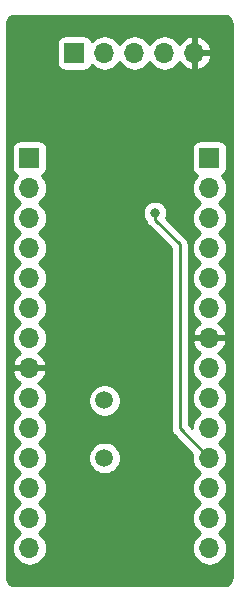
<source format=gbr>
G04 #@! TF.GenerationSoftware,KiCad,Pcbnew,(5.1.0)-1*
G04 #@! TF.CreationDate,2019-09-25T15:25:55+02:00*
G04 #@! TF.ProjectId,atmega328P-flasher,61746d65-6761-4333-9238-502d666c6173,rev?*
G04 #@! TF.SameCoordinates,Original*
G04 #@! TF.FileFunction,Copper,L2,Bot*
G04 #@! TF.FilePolarity,Positive*
%FSLAX46Y46*%
G04 Gerber Fmt 4.6, Leading zero omitted, Abs format (unit mm)*
G04 Created by KiCad (PCBNEW (5.1.0)-1) date 2019-09-25 15:25:55*
%MOMM*%
%LPD*%
G04 APERTURE LIST*
%ADD10O,1.700000X1.700000*%
%ADD11R,1.700000X1.700000*%
%ADD12C,1.500000*%
%ADD13C,0.800000*%
%ADD14C,0.250000*%
%ADD15C,0.254000*%
G04 APERTURE END LIST*
D10*
X116840000Y-111760000D03*
X116840000Y-109220000D03*
X116840000Y-106680000D03*
X116840000Y-104140000D03*
X116840000Y-101600000D03*
X116840000Y-99060000D03*
X116840000Y-96520000D03*
X116840000Y-93980000D03*
X116840000Y-91440000D03*
X116840000Y-88900000D03*
X116840000Y-86360000D03*
X116840000Y-83820000D03*
X116840000Y-81280000D03*
D11*
X116840000Y-78740000D03*
D10*
X130810000Y-69850000D03*
X128270000Y-69850000D03*
X125730000Y-69850000D03*
X123190000Y-69850000D03*
D11*
X120650000Y-69850000D03*
D12*
X123190000Y-99260000D03*
X123190000Y-104140000D03*
D10*
X132080000Y-111760000D03*
X132080000Y-109220000D03*
X132080000Y-106680000D03*
X132080000Y-104140000D03*
X132080000Y-101600000D03*
X132080000Y-99060000D03*
X132080000Y-96520000D03*
X132080000Y-93980000D03*
X132080000Y-91440000D03*
X132080000Y-88900000D03*
X132080000Y-86360000D03*
X132080000Y-83820000D03*
X132080000Y-81280000D03*
D11*
X132080000Y-78740000D03*
D13*
X126314200Y-78206600D03*
X127457200Y-83388200D03*
D14*
X127457200Y-83953885D02*
X129552700Y-86049385D01*
X127457200Y-83388200D02*
X127457200Y-83953885D01*
X129552700Y-101612700D02*
X132080000Y-104140000D01*
X129552700Y-86049385D02*
X129552700Y-101612700D01*
D15*
G36*
X133467869Y-66714722D02*
G01*
X133581246Y-66748953D01*
X133685819Y-66804555D01*
X133777596Y-66879407D01*
X133853091Y-66970664D01*
X133909419Y-67074844D01*
X133944440Y-67187976D01*
X133960000Y-67336022D01*
X133960001Y-114267711D01*
X133945278Y-114417869D01*
X133911047Y-114531246D01*
X133855446Y-114635817D01*
X133780594Y-114727595D01*
X133689335Y-114803091D01*
X133585160Y-114859419D01*
X133472024Y-114894440D01*
X133323979Y-114910000D01*
X115602279Y-114910000D01*
X115452131Y-114895278D01*
X115338754Y-114861047D01*
X115234183Y-114805446D01*
X115142405Y-114730594D01*
X115066909Y-114639335D01*
X115010581Y-114535160D01*
X114975560Y-114422024D01*
X114960000Y-114273979D01*
X114960000Y-99060000D01*
X115347815Y-99060000D01*
X115376487Y-99351111D01*
X115461401Y-99631034D01*
X115599294Y-99889014D01*
X115784866Y-100115134D01*
X116010986Y-100300706D01*
X116065791Y-100330000D01*
X116010986Y-100359294D01*
X115784866Y-100544866D01*
X115599294Y-100770986D01*
X115461401Y-101028966D01*
X115376487Y-101308889D01*
X115347815Y-101600000D01*
X115376487Y-101891111D01*
X115461401Y-102171034D01*
X115599294Y-102429014D01*
X115784866Y-102655134D01*
X116010986Y-102840706D01*
X116065791Y-102870000D01*
X116010986Y-102899294D01*
X115784866Y-103084866D01*
X115599294Y-103310986D01*
X115461401Y-103568966D01*
X115376487Y-103848889D01*
X115347815Y-104140000D01*
X115376487Y-104431111D01*
X115461401Y-104711034D01*
X115599294Y-104969014D01*
X115784866Y-105195134D01*
X116010986Y-105380706D01*
X116065791Y-105410000D01*
X116010986Y-105439294D01*
X115784866Y-105624866D01*
X115599294Y-105850986D01*
X115461401Y-106108966D01*
X115376487Y-106388889D01*
X115347815Y-106680000D01*
X115376487Y-106971111D01*
X115461401Y-107251034D01*
X115599294Y-107509014D01*
X115784866Y-107735134D01*
X116010986Y-107920706D01*
X116065791Y-107950000D01*
X116010986Y-107979294D01*
X115784866Y-108164866D01*
X115599294Y-108390986D01*
X115461401Y-108648966D01*
X115376487Y-108928889D01*
X115347815Y-109220000D01*
X115376487Y-109511111D01*
X115461401Y-109791034D01*
X115599294Y-110049014D01*
X115784866Y-110275134D01*
X116010986Y-110460706D01*
X116065791Y-110490000D01*
X116010986Y-110519294D01*
X115784866Y-110704866D01*
X115599294Y-110930986D01*
X115461401Y-111188966D01*
X115376487Y-111468889D01*
X115347815Y-111760000D01*
X115376487Y-112051111D01*
X115461401Y-112331034D01*
X115599294Y-112589014D01*
X115784866Y-112815134D01*
X116010986Y-113000706D01*
X116268966Y-113138599D01*
X116548889Y-113223513D01*
X116767050Y-113245000D01*
X116912950Y-113245000D01*
X117131111Y-113223513D01*
X117411034Y-113138599D01*
X117669014Y-113000706D01*
X117895134Y-112815134D01*
X118080706Y-112589014D01*
X118218599Y-112331034D01*
X118303513Y-112051111D01*
X118332185Y-111760000D01*
X118303513Y-111468889D01*
X118218599Y-111188966D01*
X118080706Y-110930986D01*
X117895134Y-110704866D01*
X117669014Y-110519294D01*
X117614209Y-110490000D01*
X117669014Y-110460706D01*
X117895134Y-110275134D01*
X118080706Y-110049014D01*
X118218599Y-109791034D01*
X118303513Y-109511111D01*
X118332185Y-109220000D01*
X118303513Y-108928889D01*
X118218599Y-108648966D01*
X118080706Y-108390986D01*
X117895134Y-108164866D01*
X117669014Y-107979294D01*
X117614209Y-107950000D01*
X117669014Y-107920706D01*
X117895134Y-107735134D01*
X118080706Y-107509014D01*
X118218599Y-107251034D01*
X118303513Y-106971111D01*
X118332185Y-106680000D01*
X118303513Y-106388889D01*
X118218599Y-106108966D01*
X118080706Y-105850986D01*
X117895134Y-105624866D01*
X117669014Y-105439294D01*
X117614209Y-105410000D01*
X117669014Y-105380706D01*
X117895134Y-105195134D01*
X118080706Y-104969014D01*
X118218599Y-104711034D01*
X118303513Y-104431111D01*
X118332185Y-104140000D01*
X118318750Y-104003589D01*
X121805000Y-104003589D01*
X121805000Y-104276411D01*
X121858225Y-104543989D01*
X121962629Y-104796043D01*
X122114201Y-105022886D01*
X122307114Y-105215799D01*
X122533957Y-105367371D01*
X122786011Y-105471775D01*
X123053589Y-105525000D01*
X123326411Y-105525000D01*
X123593989Y-105471775D01*
X123846043Y-105367371D01*
X124072886Y-105215799D01*
X124265799Y-105022886D01*
X124417371Y-104796043D01*
X124521775Y-104543989D01*
X124575000Y-104276411D01*
X124575000Y-104003589D01*
X124521775Y-103736011D01*
X124417371Y-103483957D01*
X124265799Y-103257114D01*
X124072886Y-103064201D01*
X123846043Y-102912629D01*
X123593989Y-102808225D01*
X123326411Y-102755000D01*
X123053589Y-102755000D01*
X122786011Y-102808225D01*
X122533957Y-102912629D01*
X122307114Y-103064201D01*
X122114201Y-103257114D01*
X121962629Y-103483957D01*
X121858225Y-103736011D01*
X121805000Y-104003589D01*
X118318750Y-104003589D01*
X118303513Y-103848889D01*
X118218599Y-103568966D01*
X118080706Y-103310986D01*
X117895134Y-103084866D01*
X117669014Y-102899294D01*
X117614209Y-102870000D01*
X117669014Y-102840706D01*
X117895134Y-102655134D01*
X118080706Y-102429014D01*
X118218599Y-102171034D01*
X118303513Y-101891111D01*
X118332185Y-101600000D01*
X118303513Y-101308889D01*
X118218599Y-101028966D01*
X118080706Y-100770986D01*
X117895134Y-100544866D01*
X117669014Y-100359294D01*
X117614209Y-100330000D01*
X117669014Y-100300706D01*
X117895134Y-100115134D01*
X118080706Y-99889014D01*
X118218599Y-99631034D01*
X118303513Y-99351111D01*
X118325922Y-99123589D01*
X121805000Y-99123589D01*
X121805000Y-99396411D01*
X121858225Y-99663989D01*
X121962629Y-99916043D01*
X122114201Y-100142886D01*
X122307114Y-100335799D01*
X122533957Y-100487371D01*
X122786011Y-100591775D01*
X123053589Y-100645000D01*
X123326411Y-100645000D01*
X123593989Y-100591775D01*
X123846043Y-100487371D01*
X124072886Y-100335799D01*
X124265799Y-100142886D01*
X124417371Y-99916043D01*
X124521775Y-99663989D01*
X124575000Y-99396411D01*
X124575000Y-99123589D01*
X124521775Y-98856011D01*
X124417371Y-98603957D01*
X124265799Y-98377114D01*
X124072886Y-98184201D01*
X123846043Y-98032629D01*
X123593989Y-97928225D01*
X123326411Y-97875000D01*
X123053589Y-97875000D01*
X122786011Y-97928225D01*
X122533957Y-98032629D01*
X122307114Y-98184201D01*
X122114201Y-98377114D01*
X121962629Y-98603957D01*
X121858225Y-98856011D01*
X121805000Y-99123589D01*
X118325922Y-99123589D01*
X118332185Y-99060000D01*
X118303513Y-98768889D01*
X118218599Y-98488966D01*
X118080706Y-98230986D01*
X117895134Y-98004866D01*
X117669014Y-97819294D01*
X117604477Y-97784799D01*
X117721355Y-97715178D01*
X117937588Y-97520269D01*
X118111641Y-97286920D01*
X118236825Y-97024099D01*
X118281476Y-96876890D01*
X118160155Y-96647000D01*
X116967000Y-96647000D01*
X116967000Y-96667000D01*
X116713000Y-96667000D01*
X116713000Y-96647000D01*
X115519845Y-96647000D01*
X115398524Y-96876890D01*
X115443175Y-97024099D01*
X115568359Y-97286920D01*
X115742412Y-97520269D01*
X115958645Y-97715178D01*
X116075523Y-97784799D01*
X116010986Y-97819294D01*
X115784866Y-98004866D01*
X115599294Y-98230986D01*
X115461401Y-98488966D01*
X115376487Y-98768889D01*
X115347815Y-99060000D01*
X114960000Y-99060000D01*
X114960000Y-81280000D01*
X115347815Y-81280000D01*
X115376487Y-81571111D01*
X115461401Y-81851034D01*
X115599294Y-82109014D01*
X115784866Y-82335134D01*
X116010986Y-82520706D01*
X116065791Y-82550000D01*
X116010986Y-82579294D01*
X115784866Y-82764866D01*
X115599294Y-82990986D01*
X115461401Y-83248966D01*
X115376487Y-83528889D01*
X115347815Y-83820000D01*
X115376487Y-84111111D01*
X115461401Y-84391034D01*
X115599294Y-84649014D01*
X115784866Y-84875134D01*
X116010986Y-85060706D01*
X116065791Y-85090000D01*
X116010986Y-85119294D01*
X115784866Y-85304866D01*
X115599294Y-85530986D01*
X115461401Y-85788966D01*
X115376487Y-86068889D01*
X115347815Y-86360000D01*
X115376487Y-86651111D01*
X115461401Y-86931034D01*
X115599294Y-87189014D01*
X115784866Y-87415134D01*
X116010986Y-87600706D01*
X116065791Y-87630000D01*
X116010986Y-87659294D01*
X115784866Y-87844866D01*
X115599294Y-88070986D01*
X115461401Y-88328966D01*
X115376487Y-88608889D01*
X115347815Y-88900000D01*
X115376487Y-89191111D01*
X115461401Y-89471034D01*
X115599294Y-89729014D01*
X115784866Y-89955134D01*
X116010986Y-90140706D01*
X116065791Y-90170000D01*
X116010986Y-90199294D01*
X115784866Y-90384866D01*
X115599294Y-90610986D01*
X115461401Y-90868966D01*
X115376487Y-91148889D01*
X115347815Y-91440000D01*
X115376487Y-91731111D01*
X115461401Y-92011034D01*
X115599294Y-92269014D01*
X115784866Y-92495134D01*
X116010986Y-92680706D01*
X116065791Y-92710000D01*
X116010986Y-92739294D01*
X115784866Y-92924866D01*
X115599294Y-93150986D01*
X115461401Y-93408966D01*
X115376487Y-93688889D01*
X115347815Y-93980000D01*
X115376487Y-94271111D01*
X115461401Y-94551034D01*
X115599294Y-94809014D01*
X115784866Y-95035134D01*
X116010986Y-95220706D01*
X116075523Y-95255201D01*
X115958645Y-95324822D01*
X115742412Y-95519731D01*
X115568359Y-95753080D01*
X115443175Y-96015901D01*
X115398524Y-96163110D01*
X115519845Y-96393000D01*
X116713000Y-96393000D01*
X116713000Y-96373000D01*
X116967000Y-96373000D01*
X116967000Y-96393000D01*
X118160155Y-96393000D01*
X118281476Y-96163110D01*
X118236825Y-96015901D01*
X118111641Y-95753080D01*
X117937588Y-95519731D01*
X117721355Y-95324822D01*
X117604477Y-95255201D01*
X117669014Y-95220706D01*
X117895134Y-95035134D01*
X118080706Y-94809014D01*
X118218599Y-94551034D01*
X118303513Y-94271111D01*
X118332185Y-93980000D01*
X118303513Y-93688889D01*
X118218599Y-93408966D01*
X118080706Y-93150986D01*
X117895134Y-92924866D01*
X117669014Y-92739294D01*
X117614209Y-92710000D01*
X117669014Y-92680706D01*
X117895134Y-92495134D01*
X118080706Y-92269014D01*
X118218599Y-92011034D01*
X118303513Y-91731111D01*
X118332185Y-91440000D01*
X118303513Y-91148889D01*
X118218599Y-90868966D01*
X118080706Y-90610986D01*
X117895134Y-90384866D01*
X117669014Y-90199294D01*
X117614209Y-90170000D01*
X117669014Y-90140706D01*
X117895134Y-89955134D01*
X118080706Y-89729014D01*
X118218599Y-89471034D01*
X118303513Y-89191111D01*
X118332185Y-88900000D01*
X118303513Y-88608889D01*
X118218599Y-88328966D01*
X118080706Y-88070986D01*
X117895134Y-87844866D01*
X117669014Y-87659294D01*
X117614209Y-87630000D01*
X117669014Y-87600706D01*
X117895134Y-87415134D01*
X118080706Y-87189014D01*
X118218599Y-86931034D01*
X118303513Y-86651111D01*
X118332185Y-86360000D01*
X118303513Y-86068889D01*
X118218599Y-85788966D01*
X118080706Y-85530986D01*
X117895134Y-85304866D01*
X117669014Y-85119294D01*
X117614209Y-85090000D01*
X117669014Y-85060706D01*
X117895134Y-84875134D01*
X118080706Y-84649014D01*
X118218599Y-84391034D01*
X118303513Y-84111111D01*
X118332185Y-83820000D01*
X118303513Y-83528889D01*
X118229913Y-83286261D01*
X126422200Y-83286261D01*
X126422200Y-83490139D01*
X126461974Y-83690098D01*
X126539995Y-83878456D01*
X126653263Y-84047974D01*
X126708213Y-84102924D01*
X126751654Y-84246132D01*
X126776237Y-84292121D01*
X126822226Y-84378161D01*
X126893401Y-84464887D01*
X126917200Y-84493886D01*
X126946198Y-84517684D01*
X128792700Y-86364187D01*
X128792701Y-101575367D01*
X128789024Y-101612700D01*
X128803698Y-101761685D01*
X128847154Y-101904946D01*
X128917726Y-102036976D01*
X128988901Y-102123702D01*
X129012700Y-102152701D01*
X129041698Y-102176499D01*
X130639203Y-103774005D01*
X130616487Y-103848889D01*
X130587815Y-104140000D01*
X130616487Y-104431111D01*
X130701401Y-104711034D01*
X130839294Y-104969014D01*
X131024866Y-105195134D01*
X131250986Y-105380706D01*
X131305791Y-105410000D01*
X131250986Y-105439294D01*
X131024866Y-105624866D01*
X130839294Y-105850986D01*
X130701401Y-106108966D01*
X130616487Y-106388889D01*
X130587815Y-106680000D01*
X130616487Y-106971111D01*
X130701401Y-107251034D01*
X130839294Y-107509014D01*
X131024866Y-107735134D01*
X131250986Y-107920706D01*
X131305791Y-107950000D01*
X131250986Y-107979294D01*
X131024866Y-108164866D01*
X130839294Y-108390986D01*
X130701401Y-108648966D01*
X130616487Y-108928889D01*
X130587815Y-109220000D01*
X130616487Y-109511111D01*
X130701401Y-109791034D01*
X130839294Y-110049014D01*
X131024866Y-110275134D01*
X131250986Y-110460706D01*
X131305791Y-110490000D01*
X131250986Y-110519294D01*
X131024866Y-110704866D01*
X130839294Y-110930986D01*
X130701401Y-111188966D01*
X130616487Y-111468889D01*
X130587815Y-111760000D01*
X130616487Y-112051111D01*
X130701401Y-112331034D01*
X130839294Y-112589014D01*
X131024866Y-112815134D01*
X131250986Y-113000706D01*
X131508966Y-113138599D01*
X131788889Y-113223513D01*
X132007050Y-113245000D01*
X132152950Y-113245000D01*
X132371111Y-113223513D01*
X132651034Y-113138599D01*
X132909014Y-113000706D01*
X133135134Y-112815134D01*
X133320706Y-112589014D01*
X133458599Y-112331034D01*
X133543513Y-112051111D01*
X133572185Y-111760000D01*
X133543513Y-111468889D01*
X133458599Y-111188966D01*
X133320706Y-110930986D01*
X133135134Y-110704866D01*
X132909014Y-110519294D01*
X132854209Y-110490000D01*
X132909014Y-110460706D01*
X133135134Y-110275134D01*
X133320706Y-110049014D01*
X133458599Y-109791034D01*
X133543513Y-109511111D01*
X133572185Y-109220000D01*
X133543513Y-108928889D01*
X133458599Y-108648966D01*
X133320706Y-108390986D01*
X133135134Y-108164866D01*
X132909014Y-107979294D01*
X132854209Y-107950000D01*
X132909014Y-107920706D01*
X133135134Y-107735134D01*
X133320706Y-107509014D01*
X133458599Y-107251034D01*
X133543513Y-106971111D01*
X133572185Y-106680000D01*
X133543513Y-106388889D01*
X133458599Y-106108966D01*
X133320706Y-105850986D01*
X133135134Y-105624866D01*
X132909014Y-105439294D01*
X132854209Y-105410000D01*
X132909014Y-105380706D01*
X133135134Y-105195134D01*
X133320706Y-104969014D01*
X133458599Y-104711034D01*
X133543513Y-104431111D01*
X133572185Y-104140000D01*
X133543513Y-103848889D01*
X133458599Y-103568966D01*
X133320706Y-103310986D01*
X133135134Y-103084866D01*
X132909014Y-102899294D01*
X132854209Y-102870000D01*
X132909014Y-102840706D01*
X133135134Y-102655134D01*
X133320706Y-102429014D01*
X133458599Y-102171034D01*
X133543513Y-101891111D01*
X133572185Y-101600000D01*
X133543513Y-101308889D01*
X133458599Y-101028966D01*
X133320706Y-100770986D01*
X133135134Y-100544866D01*
X132909014Y-100359294D01*
X132854209Y-100330000D01*
X132909014Y-100300706D01*
X133135134Y-100115134D01*
X133320706Y-99889014D01*
X133458599Y-99631034D01*
X133543513Y-99351111D01*
X133572185Y-99060000D01*
X133543513Y-98768889D01*
X133458599Y-98488966D01*
X133320706Y-98230986D01*
X133135134Y-98004866D01*
X132909014Y-97819294D01*
X132854209Y-97790000D01*
X132909014Y-97760706D01*
X133135134Y-97575134D01*
X133320706Y-97349014D01*
X133458599Y-97091034D01*
X133543513Y-96811111D01*
X133572185Y-96520000D01*
X133543513Y-96228889D01*
X133458599Y-95948966D01*
X133320706Y-95690986D01*
X133135134Y-95464866D01*
X132909014Y-95279294D01*
X132844477Y-95244799D01*
X132961355Y-95175178D01*
X133177588Y-94980269D01*
X133351641Y-94746920D01*
X133476825Y-94484099D01*
X133521476Y-94336890D01*
X133400155Y-94107000D01*
X132207000Y-94107000D01*
X132207000Y-94127000D01*
X131953000Y-94127000D01*
X131953000Y-94107000D01*
X130759845Y-94107000D01*
X130638524Y-94336890D01*
X130683175Y-94484099D01*
X130808359Y-94746920D01*
X130982412Y-94980269D01*
X131198645Y-95175178D01*
X131315523Y-95244799D01*
X131250986Y-95279294D01*
X131024866Y-95464866D01*
X130839294Y-95690986D01*
X130701401Y-95948966D01*
X130616487Y-96228889D01*
X130587815Y-96520000D01*
X130616487Y-96811111D01*
X130701401Y-97091034D01*
X130839294Y-97349014D01*
X131024866Y-97575134D01*
X131250986Y-97760706D01*
X131305791Y-97790000D01*
X131250986Y-97819294D01*
X131024866Y-98004866D01*
X130839294Y-98230986D01*
X130701401Y-98488966D01*
X130616487Y-98768889D01*
X130587815Y-99060000D01*
X130616487Y-99351111D01*
X130701401Y-99631034D01*
X130839294Y-99889014D01*
X131024866Y-100115134D01*
X131250986Y-100300706D01*
X131305791Y-100330000D01*
X131250986Y-100359294D01*
X131024866Y-100544866D01*
X130839294Y-100770986D01*
X130701401Y-101028966D01*
X130616487Y-101308889D01*
X130590235Y-101575433D01*
X130312700Y-101297899D01*
X130312700Y-86086718D01*
X130316377Y-86049385D01*
X130301703Y-85900399D01*
X130258246Y-85757138D01*
X130187674Y-85625109D01*
X130116499Y-85538382D01*
X130092701Y-85509384D01*
X130063704Y-85485587D01*
X128398471Y-83820355D01*
X128452426Y-83690098D01*
X128492200Y-83490139D01*
X128492200Y-83286261D01*
X128452426Y-83086302D01*
X128374405Y-82897944D01*
X128261137Y-82728426D01*
X128116974Y-82584263D01*
X127947456Y-82470995D01*
X127759098Y-82392974D01*
X127559139Y-82353200D01*
X127355261Y-82353200D01*
X127155302Y-82392974D01*
X126966944Y-82470995D01*
X126797426Y-82584263D01*
X126653263Y-82728426D01*
X126539995Y-82897944D01*
X126461974Y-83086302D01*
X126422200Y-83286261D01*
X118229913Y-83286261D01*
X118218599Y-83248966D01*
X118080706Y-82990986D01*
X117895134Y-82764866D01*
X117669014Y-82579294D01*
X117614209Y-82550000D01*
X117669014Y-82520706D01*
X117895134Y-82335134D01*
X118080706Y-82109014D01*
X118218599Y-81851034D01*
X118303513Y-81571111D01*
X118332185Y-81280000D01*
X130587815Y-81280000D01*
X130616487Y-81571111D01*
X130701401Y-81851034D01*
X130839294Y-82109014D01*
X131024866Y-82335134D01*
X131250986Y-82520706D01*
X131305791Y-82550000D01*
X131250986Y-82579294D01*
X131024866Y-82764866D01*
X130839294Y-82990986D01*
X130701401Y-83248966D01*
X130616487Y-83528889D01*
X130587815Y-83820000D01*
X130616487Y-84111111D01*
X130701401Y-84391034D01*
X130839294Y-84649014D01*
X131024866Y-84875134D01*
X131250986Y-85060706D01*
X131305791Y-85090000D01*
X131250986Y-85119294D01*
X131024866Y-85304866D01*
X130839294Y-85530986D01*
X130701401Y-85788966D01*
X130616487Y-86068889D01*
X130587815Y-86360000D01*
X130616487Y-86651111D01*
X130701401Y-86931034D01*
X130839294Y-87189014D01*
X131024866Y-87415134D01*
X131250986Y-87600706D01*
X131305791Y-87630000D01*
X131250986Y-87659294D01*
X131024866Y-87844866D01*
X130839294Y-88070986D01*
X130701401Y-88328966D01*
X130616487Y-88608889D01*
X130587815Y-88900000D01*
X130616487Y-89191111D01*
X130701401Y-89471034D01*
X130839294Y-89729014D01*
X131024866Y-89955134D01*
X131250986Y-90140706D01*
X131305791Y-90170000D01*
X131250986Y-90199294D01*
X131024866Y-90384866D01*
X130839294Y-90610986D01*
X130701401Y-90868966D01*
X130616487Y-91148889D01*
X130587815Y-91440000D01*
X130616487Y-91731111D01*
X130701401Y-92011034D01*
X130839294Y-92269014D01*
X131024866Y-92495134D01*
X131250986Y-92680706D01*
X131315523Y-92715201D01*
X131198645Y-92784822D01*
X130982412Y-92979731D01*
X130808359Y-93213080D01*
X130683175Y-93475901D01*
X130638524Y-93623110D01*
X130759845Y-93853000D01*
X131953000Y-93853000D01*
X131953000Y-93833000D01*
X132207000Y-93833000D01*
X132207000Y-93853000D01*
X133400155Y-93853000D01*
X133521476Y-93623110D01*
X133476825Y-93475901D01*
X133351641Y-93213080D01*
X133177588Y-92979731D01*
X132961355Y-92784822D01*
X132844477Y-92715201D01*
X132909014Y-92680706D01*
X133135134Y-92495134D01*
X133320706Y-92269014D01*
X133458599Y-92011034D01*
X133543513Y-91731111D01*
X133572185Y-91440000D01*
X133543513Y-91148889D01*
X133458599Y-90868966D01*
X133320706Y-90610986D01*
X133135134Y-90384866D01*
X132909014Y-90199294D01*
X132854209Y-90170000D01*
X132909014Y-90140706D01*
X133135134Y-89955134D01*
X133320706Y-89729014D01*
X133458599Y-89471034D01*
X133543513Y-89191111D01*
X133572185Y-88900000D01*
X133543513Y-88608889D01*
X133458599Y-88328966D01*
X133320706Y-88070986D01*
X133135134Y-87844866D01*
X132909014Y-87659294D01*
X132854209Y-87630000D01*
X132909014Y-87600706D01*
X133135134Y-87415134D01*
X133320706Y-87189014D01*
X133458599Y-86931034D01*
X133543513Y-86651111D01*
X133572185Y-86360000D01*
X133543513Y-86068889D01*
X133458599Y-85788966D01*
X133320706Y-85530986D01*
X133135134Y-85304866D01*
X132909014Y-85119294D01*
X132854209Y-85090000D01*
X132909014Y-85060706D01*
X133135134Y-84875134D01*
X133320706Y-84649014D01*
X133458599Y-84391034D01*
X133543513Y-84111111D01*
X133572185Y-83820000D01*
X133543513Y-83528889D01*
X133458599Y-83248966D01*
X133320706Y-82990986D01*
X133135134Y-82764866D01*
X132909014Y-82579294D01*
X132854209Y-82550000D01*
X132909014Y-82520706D01*
X133135134Y-82335134D01*
X133320706Y-82109014D01*
X133458599Y-81851034D01*
X133543513Y-81571111D01*
X133572185Y-81280000D01*
X133543513Y-80988889D01*
X133458599Y-80708966D01*
X133320706Y-80450986D01*
X133135134Y-80224866D01*
X133105313Y-80200393D01*
X133174180Y-80179502D01*
X133284494Y-80120537D01*
X133381185Y-80041185D01*
X133460537Y-79944494D01*
X133519502Y-79834180D01*
X133555812Y-79714482D01*
X133568072Y-79590000D01*
X133568072Y-77890000D01*
X133555812Y-77765518D01*
X133519502Y-77645820D01*
X133460537Y-77535506D01*
X133381185Y-77438815D01*
X133284494Y-77359463D01*
X133174180Y-77300498D01*
X133054482Y-77264188D01*
X132930000Y-77251928D01*
X131230000Y-77251928D01*
X131105518Y-77264188D01*
X130985820Y-77300498D01*
X130875506Y-77359463D01*
X130778815Y-77438815D01*
X130699463Y-77535506D01*
X130640498Y-77645820D01*
X130604188Y-77765518D01*
X130591928Y-77890000D01*
X130591928Y-79590000D01*
X130604188Y-79714482D01*
X130640498Y-79834180D01*
X130699463Y-79944494D01*
X130778815Y-80041185D01*
X130875506Y-80120537D01*
X130985820Y-80179502D01*
X131054687Y-80200393D01*
X131024866Y-80224866D01*
X130839294Y-80450986D01*
X130701401Y-80708966D01*
X130616487Y-80988889D01*
X130587815Y-81280000D01*
X118332185Y-81280000D01*
X118303513Y-80988889D01*
X118218599Y-80708966D01*
X118080706Y-80450986D01*
X117895134Y-80224866D01*
X117865313Y-80200393D01*
X117934180Y-80179502D01*
X118044494Y-80120537D01*
X118141185Y-80041185D01*
X118220537Y-79944494D01*
X118279502Y-79834180D01*
X118315812Y-79714482D01*
X118328072Y-79590000D01*
X118328072Y-77890000D01*
X118315812Y-77765518D01*
X118279502Y-77645820D01*
X118220537Y-77535506D01*
X118141185Y-77438815D01*
X118044494Y-77359463D01*
X117934180Y-77300498D01*
X117814482Y-77264188D01*
X117690000Y-77251928D01*
X115990000Y-77251928D01*
X115865518Y-77264188D01*
X115745820Y-77300498D01*
X115635506Y-77359463D01*
X115538815Y-77438815D01*
X115459463Y-77535506D01*
X115400498Y-77645820D01*
X115364188Y-77765518D01*
X115351928Y-77890000D01*
X115351928Y-79590000D01*
X115364188Y-79714482D01*
X115400498Y-79834180D01*
X115459463Y-79944494D01*
X115538815Y-80041185D01*
X115635506Y-80120537D01*
X115745820Y-80179502D01*
X115814687Y-80200393D01*
X115784866Y-80224866D01*
X115599294Y-80450986D01*
X115461401Y-80708966D01*
X115376487Y-80988889D01*
X115347815Y-81280000D01*
X114960000Y-81280000D01*
X114960000Y-69000000D01*
X119161928Y-69000000D01*
X119161928Y-70700000D01*
X119174188Y-70824482D01*
X119210498Y-70944180D01*
X119269463Y-71054494D01*
X119348815Y-71151185D01*
X119445506Y-71230537D01*
X119555820Y-71289502D01*
X119675518Y-71325812D01*
X119800000Y-71338072D01*
X121500000Y-71338072D01*
X121624482Y-71325812D01*
X121744180Y-71289502D01*
X121854494Y-71230537D01*
X121951185Y-71151185D01*
X122030537Y-71054494D01*
X122089502Y-70944180D01*
X122110393Y-70875313D01*
X122134866Y-70905134D01*
X122360986Y-71090706D01*
X122618966Y-71228599D01*
X122898889Y-71313513D01*
X123117050Y-71335000D01*
X123262950Y-71335000D01*
X123481111Y-71313513D01*
X123761034Y-71228599D01*
X124019014Y-71090706D01*
X124245134Y-70905134D01*
X124430706Y-70679014D01*
X124460000Y-70624209D01*
X124489294Y-70679014D01*
X124674866Y-70905134D01*
X124900986Y-71090706D01*
X125158966Y-71228599D01*
X125438889Y-71313513D01*
X125657050Y-71335000D01*
X125802950Y-71335000D01*
X126021111Y-71313513D01*
X126301034Y-71228599D01*
X126559014Y-71090706D01*
X126785134Y-70905134D01*
X126970706Y-70679014D01*
X127000000Y-70624209D01*
X127029294Y-70679014D01*
X127214866Y-70905134D01*
X127440986Y-71090706D01*
X127698966Y-71228599D01*
X127978889Y-71313513D01*
X128197050Y-71335000D01*
X128342950Y-71335000D01*
X128561111Y-71313513D01*
X128841034Y-71228599D01*
X129099014Y-71090706D01*
X129325134Y-70905134D01*
X129510706Y-70679014D01*
X129545201Y-70614477D01*
X129614822Y-70731355D01*
X129809731Y-70947588D01*
X130043080Y-71121641D01*
X130305901Y-71246825D01*
X130453110Y-71291476D01*
X130683000Y-71170155D01*
X130683000Y-69977000D01*
X130937000Y-69977000D01*
X130937000Y-71170155D01*
X131166890Y-71291476D01*
X131314099Y-71246825D01*
X131576920Y-71121641D01*
X131810269Y-70947588D01*
X132005178Y-70731355D01*
X132154157Y-70481252D01*
X132251481Y-70206891D01*
X132130814Y-69977000D01*
X130937000Y-69977000D01*
X130683000Y-69977000D01*
X130663000Y-69977000D01*
X130663000Y-69723000D01*
X130683000Y-69723000D01*
X130683000Y-68529845D01*
X130937000Y-68529845D01*
X130937000Y-69723000D01*
X132130814Y-69723000D01*
X132251481Y-69493109D01*
X132154157Y-69218748D01*
X132005178Y-68968645D01*
X131810269Y-68752412D01*
X131576920Y-68578359D01*
X131314099Y-68453175D01*
X131166890Y-68408524D01*
X130937000Y-68529845D01*
X130683000Y-68529845D01*
X130453110Y-68408524D01*
X130305901Y-68453175D01*
X130043080Y-68578359D01*
X129809731Y-68752412D01*
X129614822Y-68968645D01*
X129545201Y-69085523D01*
X129510706Y-69020986D01*
X129325134Y-68794866D01*
X129099014Y-68609294D01*
X128841034Y-68471401D01*
X128561111Y-68386487D01*
X128342950Y-68365000D01*
X128197050Y-68365000D01*
X127978889Y-68386487D01*
X127698966Y-68471401D01*
X127440986Y-68609294D01*
X127214866Y-68794866D01*
X127029294Y-69020986D01*
X127000000Y-69075791D01*
X126970706Y-69020986D01*
X126785134Y-68794866D01*
X126559014Y-68609294D01*
X126301034Y-68471401D01*
X126021111Y-68386487D01*
X125802950Y-68365000D01*
X125657050Y-68365000D01*
X125438889Y-68386487D01*
X125158966Y-68471401D01*
X124900986Y-68609294D01*
X124674866Y-68794866D01*
X124489294Y-69020986D01*
X124460000Y-69075791D01*
X124430706Y-69020986D01*
X124245134Y-68794866D01*
X124019014Y-68609294D01*
X123761034Y-68471401D01*
X123481111Y-68386487D01*
X123262950Y-68365000D01*
X123117050Y-68365000D01*
X122898889Y-68386487D01*
X122618966Y-68471401D01*
X122360986Y-68609294D01*
X122134866Y-68794866D01*
X122110393Y-68824687D01*
X122089502Y-68755820D01*
X122030537Y-68645506D01*
X121951185Y-68548815D01*
X121854494Y-68469463D01*
X121744180Y-68410498D01*
X121624482Y-68374188D01*
X121500000Y-68361928D01*
X119800000Y-68361928D01*
X119675518Y-68374188D01*
X119555820Y-68410498D01*
X119445506Y-68469463D01*
X119348815Y-68548815D01*
X119269463Y-68645506D01*
X119210498Y-68755820D01*
X119174188Y-68875518D01*
X119161928Y-69000000D01*
X114960000Y-69000000D01*
X114960000Y-67342279D01*
X114974722Y-67192131D01*
X115008953Y-67078754D01*
X115064555Y-66974181D01*
X115139407Y-66882404D01*
X115230664Y-66806909D01*
X115334844Y-66750581D01*
X115447976Y-66715560D01*
X115596022Y-66700000D01*
X133317721Y-66700000D01*
X133467869Y-66714722D01*
X133467869Y-66714722D01*
G37*
X133467869Y-66714722D02*
X133581246Y-66748953D01*
X133685819Y-66804555D01*
X133777596Y-66879407D01*
X133853091Y-66970664D01*
X133909419Y-67074844D01*
X133944440Y-67187976D01*
X133960000Y-67336022D01*
X133960001Y-114267711D01*
X133945278Y-114417869D01*
X133911047Y-114531246D01*
X133855446Y-114635817D01*
X133780594Y-114727595D01*
X133689335Y-114803091D01*
X133585160Y-114859419D01*
X133472024Y-114894440D01*
X133323979Y-114910000D01*
X115602279Y-114910000D01*
X115452131Y-114895278D01*
X115338754Y-114861047D01*
X115234183Y-114805446D01*
X115142405Y-114730594D01*
X115066909Y-114639335D01*
X115010581Y-114535160D01*
X114975560Y-114422024D01*
X114960000Y-114273979D01*
X114960000Y-99060000D01*
X115347815Y-99060000D01*
X115376487Y-99351111D01*
X115461401Y-99631034D01*
X115599294Y-99889014D01*
X115784866Y-100115134D01*
X116010986Y-100300706D01*
X116065791Y-100330000D01*
X116010986Y-100359294D01*
X115784866Y-100544866D01*
X115599294Y-100770986D01*
X115461401Y-101028966D01*
X115376487Y-101308889D01*
X115347815Y-101600000D01*
X115376487Y-101891111D01*
X115461401Y-102171034D01*
X115599294Y-102429014D01*
X115784866Y-102655134D01*
X116010986Y-102840706D01*
X116065791Y-102870000D01*
X116010986Y-102899294D01*
X115784866Y-103084866D01*
X115599294Y-103310986D01*
X115461401Y-103568966D01*
X115376487Y-103848889D01*
X115347815Y-104140000D01*
X115376487Y-104431111D01*
X115461401Y-104711034D01*
X115599294Y-104969014D01*
X115784866Y-105195134D01*
X116010986Y-105380706D01*
X116065791Y-105410000D01*
X116010986Y-105439294D01*
X115784866Y-105624866D01*
X115599294Y-105850986D01*
X115461401Y-106108966D01*
X115376487Y-106388889D01*
X115347815Y-106680000D01*
X115376487Y-106971111D01*
X115461401Y-107251034D01*
X115599294Y-107509014D01*
X115784866Y-107735134D01*
X116010986Y-107920706D01*
X116065791Y-107950000D01*
X116010986Y-107979294D01*
X115784866Y-108164866D01*
X115599294Y-108390986D01*
X115461401Y-108648966D01*
X115376487Y-108928889D01*
X115347815Y-109220000D01*
X115376487Y-109511111D01*
X115461401Y-109791034D01*
X115599294Y-110049014D01*
X115784866Y-110275134D01*
X116010986Y-110460706D01*
X116065791Y-110490000D01*
X116010986Y-110519294D01*
X115784866Y-110704866D01*
X115599294Y-110930986D01*
X115461401Y-111188966D01*
X115376487Y-111468889D01*
X115347815Y-111760000D01*
X115376487Y-112051111D01*
X115461401Y-112331034D01*
X115599294Y-112589014D01*
X115784866Y-112815134D01*
X116010986Y-113000706D01*
X116268966Y-113138599D01*
X116548889Y-113223513D01*
X116767050Y-113245000D01*
X116912950Y-113245000D01*
X117131111Y-113223513D01*
X117411034Y-113138599D01*
X117669014Y-113000706D01*
X117895134Y-112815134D01*
X118080706Y-112589014D01*
X118218599Y-112331034D01*
X118303513Y-112051111D01*
X118332185Y-111760000D01*
X118303513Y-111468889D01*
X118218599Y-111188966D01*
X118080706Y-110930986D01*
X117895134Y-110704866D01*
X117669014Y-110519294D01*
X117614209Y-110490000D01*
X117669014Y-110460706D01*
X117895134Y-110275134D01*
X118080706Y-110049014D01*
X118218599Y-109791034D01*
X118303513Y-109511111D01*
X118332185Y-109220000D01*
X118303513Y-108928889D01*
X118218599Y-108648966D01*
X118080706Y-108390986D01*
X117895134Y-108164866D01*
X117669014Y-107979294D01*
X117614209Y-107950000D01*
X117669014Y-107920706D01*
X117895134Y-107735134D01*
X118080706Y-107509014D01*
X118218599Y-107251034D01*
X118303513Y-106971111D01*
X118332185Y-106680000D01*
X118303513Y-106388889D01*
X118218599Y-106108966D01*
X118080706Y-105850986D01*
X117895134Y-105624866D01*
X117669014Y-105439294D01*
X117614209Y-105410000D01*
X117669014Y-105380706D01*
X117895134Y-105195134D01*
X118080706Y-104969014D01*
X118218599Y-104711034D01*
X118303513Y-104431111D01*
X118332185Y-104140000D01*
X118318750Y-104003589D01*
X121805000Y-104003589D01*
X121805000Y-104276411D01*
X121858225Y-104543989D01*
X121962629Y-104796043D01*
X122114201Y-105022886D01*
X122307114Y-105215799D01*
X122533957Y-105367371D01*
X122786011Y-105471775D01*
X123053589Y-105525000D01*
X123326411Y-105525000D01*
X123593989Y-105471775D01*
X123846043Y-105367371D01*
X124072886Y-105215799D01*
X124265799Y-105022886D01*
X124417371Y-104796043D01*
X124521775Y-104543989D01*
X124575000Y-104276411D01*
X124575000Y-104003589D01*
X124521775Y-103736011D01*
X124417371Y-103483957D01*
X124265799Y-103257114D01*
X124072886Y-103064201D01*
X123846043Y-102912629D01*
X123593989Y-102808225D01*
X123326411Y-102755000D01*
X123053589Y-102755000D01*
X122786011Y-102808225D01*
X122533957Y-102912629D01*
X122307114Y-103064201D01*
X122114201Y-103257114D01*
X121962629Y-103483957D01*
X121858225Y-103736011D01*
X121805000Y-104003589D01*
X118318750Y-104003589D01*
X118303513Y-103848889D01*
X118218599Y-103568966D01*
X118080706Y-103310986D01*
X117895134Y-103084866D01*
X117669014Y-102899294D01*
X117614209Y-102870000D01*
X117669014Y-102840706D01*
X117895134Y-102655134D01*
X118080706Y-102429014D01*
X118218599Y-102171034D01*
X118303513Y-101891111D01*
X118332185Y-101600000D01*
X118303513Y-101308889D01*
X118218599Y-101028966D01*
X118080706Y-100770986D01*
X117895134Y-100544866D01*
X117669014Y-100359294D01*
X117614209Y-100330000D01*
X117669014Y-100300706D01*
X117895134Y-100115134D01*
X118080706Y-99889014D01*
X118218599Y-99631034D01*
X118303513Y-99351111D01*
X118325922Y-99123589D01*
X121805000Y-99123589D01*
X121805000Y-99396411D01*
X121858225Y-99663989D01*
X121962629Y-99916043D01*
X122114201Y-100142886D01*
X122307114Y-100335799D01*
X122533957Y-100487371D01*
X122786011Y-100591775D01*
X123053589Y-100645000D01*
X123326411Y-100645000D01*
X123593989Y-100591775D01*
X123846043Y-100487371D01*
X124072886Y-100335799D01*
X124265799Y-100142886D01*
X124417371Y-99916043D01*
X124521775Y-99663989D01*
X124575000Y-99396411D01*
X124575000Y-99123589D01*
X124521775Y-98856011D01*
X124417371Y-98603957D01*
X124265799Y-98377114D01*
X124072886Y-98184201D01*
X123846043Y-98032629D01*
X123593989Y-97928225D01*
X123326411Y-97875000D01*
X123053589Y-97875000D01*
X122786011Y-97928225D01*
X122533957Y-98032629D01*
X122307114Y-98184201D01*
X122114201Y-98377114D01*
X121962629Y-98603957D01*
X121858225Y-98856011D01*
X121805000Y-99123589D01*
X118325922Y-99123589D01*
X118332185Y-99060000D01*
X118303513Y-98768889D01*
X118218599Y-98488966D01*
X118080706Y-98230986D01*
X117895134Y-98004866D01*
X117669014Y-97819294D01*
X117604477Y-97784799D01*
X117721355Y-97715178D01*
X117937588Y-97520269D01*
X118111641Y-97286920D01*
X118236825Y-97024099D01*
X118281476Y-96876890D01*
X118160155Y-96647000D01*
X116967000Y-96647000D01*
X116967000Y-96667000D01*
X116713000Y-96667000D01*
X116713000Y-96647000D01*
X115519845Y-96647000D01*
X115398524Y-96876890D01*
X115443175Y-97024099D01*
X115568359Y-97286920D01*
X115742412Y-97520269D01*
X115958645Y-97715178D01*
X116075523Y-97784799D01*
X116010986Y-97819294D01*
X115784866Y-98004866D01*
X115599294Y-98230986D01*
X115461401Y-98488966D01*
X115376487Y-98768889D01*
X115347815Y-99060000D01*
X114960000Y-99060000D01*
X114960000Y-81280000D01*
X115347815Y-81280000D01*
X115376487Y-81571111D01*
X115461401Y-81851034D01*
X115599294Y-82109014D01*
X115784866Y-82335134D01*
X116010986Y-82520706D01*
X116065791Y-82550000D01*
X116010986Y-82579294D01*
X115784866Y-82764866D01*
X115599294Y-82990986D01*
X115461401Y-83248966D01*
X115376487Y-83528889D01*
X115347815Y-83820000D01*
X115376487Y-84111111D01*
X115461401Y-84391034D01*
X115599294Y-84649014D01*
X115784866Y-84875134D01*
X116010986Y-85060706D01*
X116065791Y-85090000D01*
X116010986Y-85119294D01*
X115784866Y-85304866D01*
X115599294Y-85530986D01*
X115461401Y-85788966D01*
X115376487Y-86068889D01*
X115347815Y-86360000D01*
X115376487Y-86651111D01*
X115461401Y-86931034D01*
X115599294Y-87189014D01*
X115784866Y-87415134D01*
X116010986Y-87600706D01*
X116065791Y-87630000D01*
X116010986Y-87659294D01*
X115784866Y-87844866D01*
X115599294Y-88070986D01*
X115461401Y-88328966D01*
X115376487Y-88608889D01*
X115347815Y-88900000D01*
X115376487Y-89191111D01*
X115461401Y-89471034D01*
X115599294Y-89729014D01*
X115784866Y-89955134D01*
X116010986Y-90140706D01*
X116065791Y-90170000D01*
X116010986Y-90199294D01*
X115784866Y-90384866D01*
X115599294Y-90610986D01*
X115461401Y-90868966D01*
X115376487Y-91148889D01*
X115347815Y-91440000D01*
X115376487Y-91731111D01*
X115461401Y-92011034D01*
X115599294Y-92269014D01*
X115784866Y-92495134D01*
X116010986Y-92680706D01*
X116065791Y-92710000D01*
X116010986Y-92739294D01*
X115784866Y-92924866D01*
X115599294Y-93150986D01*
X115461401Y-93408966D01*
X115376487Y-93688889D01*
X115347815Y-93980000D01*
X115376487Y-94271111D01*
X115461401Y-94551034D01*
X115599294Y-94809014D01*
X115784866Y-95035134D01*
X116010986Y-95220706D01*
X116075523Y-95255201D01*
X115958645Y-95324822D01*
X115742412Y-95519731D01*
X115568359Y-95753080D01*
X115443175Y-96015901D01*
X115398524Y-96163110D01*
X115519845Y-96393000D01*
X116713000Y-96393000D01*
X116713000Y-96373000D01*
X116967000Y-96373000D01*
X116967000Y-96393000D01*
X118160155Y-96393000D01*
X118281476Y-96163110D01*
X118236825Y-96015901D01*
X118111641Y-95753080D01*
X117937588Y-95519731D01*
X117721355Y-95324822D01*
X117604477Y-95255201D01*
X117669014Y-95220706D01*
X117895134Y-95035134D01*
X118080706Y-94809014D01*
X118218599Y-94551034D01*
X118303513Y-94271111D01*
X118332185Y-93980000D01*
X118303513Y-93688889D01*
X118218599Y-93408966D01*
X118080706Y-93150986D01*
X117895134Y-92924866D01*
X117669014Y-92739294D01*
X117614209Y-92710000D01*
X117669014Y-92680706D01*
X117895134Y-92495134D01*
X118080706Y-92269014D01*
X118218599Y-92011034D01*
X118303513Y-91731111D01*
X118332185Y-91440000D01*
X118303513Y-91148889D01*
X118218599Y-90868966D01*
X118080706Y-90610986D01*
X117895134Y-90384866D01*
X117669014Y-90199294D01*
X117614209Y-90170000D01*
X117669014Y-90140706D01*
X117895134Y-89955134D01*
X118080706Y-89729014D01*
X118218599Y-89471034D01*
X118303513Y-89191111D01*
X118332185Y-88900000D01*
X118303513Y-88608889D01*
X118218599Y-88328966D01*
X118080706Y-88070986D01*
X117895134Y-87844866D01*
X117669014Y-87659294D01*
X117614209Y-87630000D01*
X117669014Y-87600706D01*
X117895134Y-87415134D01*
X118080706Y-87189014D01*
X118218599Y-86931034D01*
X118303513Y-86651111D01*
X118332185Y-86360000D01*
X118303513Y-86068889D01*
X118218599Y-85788966D01*
X118080706Y-85530986D01*
X117895134Y-85304866D01*
X117669014Y-85119294D01*
X117614209Y-85090000D01*
X117669014Y-85060706D01*
X117895134Y-84875134D01*
X118080706Y-84649014D01*
X118218599Y-84391034D01*
X118303513Y-84111111D01*
X118332185Y-83820000D01*
X118303513Y-83528889D01*
X118229913Y-83286261D01*
X126422200Y-83286261D01*
X126422200Y-83490139D01*
X126461974Y-83690098D01*
X126539995Y-83878456D01*
X126653263Y-84047974D01*
X126708213Y-84102924D01*
X126751654Y-84246132D01*
X126776237Y-84292121D01*
X126822226Y-84378161D01*
X126893401Y-84464887D01*
X126917200Y-84493886D01*
X126946198Y-84517684D01*
X128792700Y-86364187D01*
X128792701Y-101575367D01*
X128789024Y-101612700D01*
X128803698Y-101761685D01*
X128847154Y-101904946D01*
X128917726Y-102036976D01*
X128988901Y-102123702D01*
X129012700Y-102152701D01*
X129041698Y-102176499D01*
X130639203Y-103774005D01*
X130616487Y-103848889D01*
X130587815Y-104140000D01*
X130616487Y-104431111D01*
X130701401Y-104711034D01*
X130839294Y-104969014D01*
X131024866Y-105195134D01*
X131250986Y-105380706D01*
X131305791Y-105410000D01*
X131250986Y-105439294D01*
X131024866Y-105624866D01*
X130839294Y-105850986D01*
X130701401Y-106108966D01*
X130616487Y-106388889D01*
X130587815Y-106680000D01*
X130616487Y-106971111D01*
X130701401Y-107251034D01*
X130839294Y-107509014D01*
X131024866Y-107735134D01*
X131250986Y-107920706D01*
X131305791Y-107950000D01*
X131250986Y-107979294D01*
X131024866Y-108164866D01*
X130839294Y-108390986D01*
X130701401Y-108648966D01*
X130616487Y-108928889D01*
X130587815Y-109220000D01*
X130616487Y-109511111D01*
X130701401Y-109791034D01*
X130839294Y-110049014D01*
X131024866Y-110275134D01*
X131250986Y-110460706D01*
X131305791Y-110490000D01*
X131250986Y-110519294D01*
X131024866Y-110704866D01*
X130839294Y-110930986D01*
X130701401Y-111188966D01*
X130616487Y-111468889D01*
X130587815Y-111760000D01*
X130616487Y-112051111D01*
X130701401Y-112331034D01*
X130839294Y-112589014D01*
X131024866Y-112815134D01*
X131250986Y-113000706D01*
X131508966Y-113138599D01*
X131788889Y-113223513D01*
X132007050Y-113245000D01*
X132152950Y-113245000D01*
X132371111Y-113223513D01*
X132651034Y-113138599D01*
X132909014Y-113000706D01*
X133135134Y-112815134D01*
X133320706Y-112589014D01*
X133458599Y-112331034D01*
X133543513Y-112051111D01*
X133572185Y-111760000D01*
X133543513Y-111468889D01*
X133458599Y-111188966D01*
X133320706Y-110930986D01*
X133135134Y-110704866D01*
X132909014Y-110519294D01*
X132854209Y-110490000D01*
X132909014Y-110460706D01*
X133135134Y-110275134D01*
X133320706Y-110049014D01*
X133458599Y-109791034D01*
X133543513Y-109511111D01*
X133572185Y-109220000D01*
X133543513Y-108928889D01*
X133458599Y-108648966D01*
X133320706Y-108390986D01*
X133135134Y-108164866D01*
X132909014Y-107979294D01*
X132854209Y-107950000D01*
X132909014Y-107920706D01*
X133135134Y-107735134D01*
X133320706Y-107509014D01*
X133458599Y-107251034D01*
X133543513Y-106971111D01*
X133572185Y-106680000D01*
X133543513Y-106388889D01*
X133458599Y-106108966D01*
X133320706Y-105850986D01*
X133135134Y-105624866D01*
X132909014Y-105439294D01*
X132854209Y-105410000D01*
X132909014Y-105380706D01*
X133135134Y-105195134D01*
X133320706Y-104969014D01*
X133458599Y-104711034D01*
X133543513Y-104431111D01*
X133572185Y-104140000D01*
X133543513Y-103848889D01*
X133458599Y-103568966D01*
X133320706Y-103310986D01*
X133135134Y-103084866D01*
X132909014Y-102899294D01*
X132854209Y-102870000D01*
X132909014Y-102840706D01*
X133135134Y-102655134D01*
X133320706Y-102429014D01*
X133458599Y-102171034D01*
X133543513Y-101891111D01*
X133572185Y-101600000D01*
X133543513Y-101308889D01*
X133458599Y-101028966D01*
X133320706Y-100770986D01*
X133135134Y-100544866D01*
X132909014Y-100359294D01*
X132854209Y-100330000D01*
X132909014Y-100300706D01*
X133135134Y-100115134D01*
X133320706Y-99889014D01*
X133458599Y-99631034D01*
X133543513Y-99351111D01*
X133572185Y-99060000D01*
X133543513Y-98768889D01*
X133458599Y-98488966D01*
X133320706Y-98230986D01*
X133135134Y-98004866D01*
X132909014Y-97819294D01*
X132854209Y-97790000D01*
X132909014Y-97760706D01*
X133135134Y-97575134D01*
X133320706Y-97349014D01*
X133458599Y-97091034D01*
X133543513Y-96811111D01*
X133572185Y-96520000D01*
X133543513Y-96228889D01*
X133458599Y-95948966D01*
X133320706Y-95690986D01*
X133135134Y-95464866D01*
X132909014Y-95279294D01*
X132844477Y-95244799D01*
X132961355Y-95175178D01*
X133177588Y-94980269D01*
X133351641Y-94746920D01*
X133476825Y-94484099D01*
X133521476Y-94336890D01*
X133400155Y-94107000D01*
X132207000Y-94107000D01*
X132207000Y-94127000D01*
X131953000Y-94127000D01*
X131953000Y-94107000D01*
X130759845Y-94107000D01*
X130638524Y-94336890D01*
X130683175Y-94484099D01*
X130808359Y-94746920D01*
X130982412Y-94980269D01*
X131198645Y-95175178D01*
X131315523Y-95244799D01*
X131250986Y-95279294D01*
X131024866Y-95464866D01*
X130839294Y-95690986D01*
X130701401Y-95948966D01*
X130616487Y-96228889D01*
X130587815Y-96520000D01*
X130616487Y-96811111D01*
X130701401Y-97091034D01*
X130839294Y-97349014D01*
X131024866Y-97575134D01*
X131250986Y-97760706D01*
X131305791Y-97790000D01*
X131250986Y-97819294D01*
X131024866Y-98004866D01*
X130839294Y-98230986D01*
X130701401Y-98488966D01*
X130616487Y-98768889D01*
X130587815Y-99060000D01*
X130616487Y-99351111D01*
X130701401Y-99631034D01*
X130839294Y-99889014D01*
X131024866Y-100115134D01*
X131250986Y-100300706D01*
X131305791Y-100330000D01*
X131250986Y-100359294D01*
X131024866Y-100544866D01*
X130839294Y-100770986D01*
X130701401Y-101028966D01*
X130616487Y-101308889D01*
X130590235Y-101575433D01*
X130312700Y-101297899D01*
X130312700Y-86086718D01*
X130316377Y-86049385D01*
X130301703Y-85900399D01*
X130258246Y-85757138D01*
X130187674Y-85625109D01*
X130116499Y-85538382D01*
X130092701Y-85509384D01*
X130063704Y-85485587D01*
X128398471Y-83820355D01*
X128452426Y-83690098D01*
X128492200Y-83490139D01*
X128492200Y-83286261D01*
X128452426Y-83086302D01*
X128374405Y-82897944D01*
X128261137Y-82728426D01*
X128116974Y-82584263D01*
X127947456Y-82470995D01*
X127759098Y-82392974D01*
X127559139Y-82353200D01*
X127355261Y-82353200D01*
X127155302Y-82392974D01*
X126966944Y-82470995D01*
X126797426Y-82584263D01*
X126653263Y-82728426D01*
X126539995Y-82897944D01*
X126461974Y-83086302D01*
X126422200Y-83286261D01*
X118229913Y-83286261D01*
X118218599Y-83248966D01*
X118080706Y-82990986D01*
X117895134Y-82764866D01*
X117669014Y-82579294D01*
X117614209Y-82550000D01*
X117669014Y-82520706D01*
X117895134Y-82335134D01*
X118080706Y-82109014D01*
X118218599Y-81851034D01*
X118303513Y-81571111D01*
X118332185Y-81280000D01*
X130587815Y-81280000D01*
X130616487Y-81571111D01*
X130701401Y-81851034D01*
X130839294Y-82109014D01*
X131024866Y-82335134D01*
X131250986Y-82520706D01*
X131305791Y-82550000D01*
X131250986Y-82579294D01*
X131024866Y-82764866D01*
X130839294Y-82990986D01*
X130701401Y-83248966D01*
X130616487Y-83528889D01*
X130587815Y-83820000D01*
X130616487Y-84111111D01*
X130701401Y-84391034D01*
X130839294Y-84649014D01*
X131024866Y-84875134D01*
X131250986Y-85060706D01*
X131305791Y-85090000D01*
X131250986Y-85119294D01*
X131024866Y-85304866D01*
X130839294Y-85530986D01*
X130701401Y-85788966D01*
X130616487Y-86068889D01*
X130587815Y-86360000D01*
X130616487Y-86651111D01*
X130701401Y-86931034D01*
X130839294Y-87189014D01*
X131024866Y-87415134D01*
X131250986Y-87600706D01*
X131305791Y-87630000D01*
X131250986Y-87659294D01*
X131024866Y-87844866D01*
X130839294Y-88070986D01*
X130701401Y-88328966D01*
X130616487Y-88608889D01*
X130587815Y-88900000D01*
X130616487Y-89191111D01*
X130701401Y-89471034D01*
X130839294Y-89729014D01*
X131024866Y-89955134D01*
X131250986Y-90140706D01*
X131305791Y-90170000D01*
X131250986Y-90199294D01*
X131024866Y-90384866D01*
X130839294Y-90610986D01*
X130701401Y-90868966D01*
X130616487Y-91148889D01*
X130587815Y-91440000D01*
X130616487Y-91731111D01*
X130701401Y-92011034D01*
X130839294Y-92269014D01*
X131024866Y-92495134D01*
X131250986Y-92680706D01*
X131315523Y-92715201D01*
X131198645Y-92784822D01*
X130982412Y-92979731D01*
X130808359Y-93213080D01*
X130683175Y-93475901D01*
X130638524Y-93623110D01*
X130759845Y-93853000D01*
X131953000Y-93853000D01*
X131953000Y-93833000D01*
X132207000Y-93833000D01*
X132207000Y-93853000D01*
X133400155Y-93853000D01*
X133521476Y-93623110D01*
X133476825Y-93475901D01*
X133351641Y-93213080D01*
X133177588Y-92979731D01*
X132961355Y-92784822D01*
X132844477Y-92715201D01*
X132909014Y-92680706D01*
X133135134Y-92495134D01*
X133320706Y-92269014D01*
X133458599Y-92011034D01*
X133543513Y-91731111D01*
X133572185Y-91440000D01*
X133543513Y-91148889D01*
X133458599Y-90868966D01*
X133320706Y-90610986D01*
X133135134Y-90384866D01*
X132909014Y-90199294D01*
X132854209Y-90170000D01*
X132909014Y-90140706D01*
X133135134Y-89955134D01*
X133320706Y-89729014D01*
X133458599Y-89471034D01*
X133543513Y-89191111D01*
X133572185Y-88900000D01*
X133543513Y-88608889D01*
X133458599Y-88328966D01*
X133320706Y-88070986D01*
X133135134Y-87844866D01*
X132909014Y-87659294D01*
X132854209Y-87630000D01*
X132909014Y-87600706D01*
X133135134Y-87415134D01*
X133320706Y-87189014D01*
X133458599Y-86931034D01*
X133543513Y-86651111D01*
X133572185Y-86360000D01*
X133543513Y-86068889D01*
X133458599Y-85788966D01*
X133320706Y-85530986D01*
X133135134Y-85304866D01*
X132909014Y-85119294D01*
X132854209Y-85090000D01*
X132909014Y-85060706D01*
X133135134Y-84875134D01*
X133320706Y-84649014D01*
X133458599Y-84391034D01*
X133543513Y-84111111D01*
X133572185Y-83820000D01*
X133543513Y-83528889D01*
X133458599Y-83248966D01*
X133320706Y-82990986D01*
X133135134Y-82764866D01*
X132909014Y-82579294D01*
X132854209Y-82550000D01*
X132909014Y-82520706D01*
X133135134Y-82335134D01*
X133320706Y-82109014D01*
X133458599Y-81851034D01*
X133543513Y-81571111D01*
X133572185Y-81280000D01*
X133543513Y-80988889D01*
X133458599Y-80708966D01*
X133320706Y-80450986D01*
X133135134Y-80224866D01*
X133105313Y-80200393D01*
X133174180Y-80179502D01*
X133284494Y-80120537D01*
X133381185Y-80041185D01*
X133460537Y-79944494D01*
X133519502Y-79834180D01*
X133555812Y-79714482D01*
X133568072Y-79590000D01*
X133568072Y-77890000D01*
X133555812Y-77765518D01*
X133519502Y-77645820D01*
X133460537Y-77535506D01*
X133381185Y-77438815D01*
X133284494Y-77359463D01*
X133174180Y-77300498D01*
X133054482Y-77264188D01*
X132930000Y-77251928D01*
X131230000Y-77251928D01*
X131105518Y-77264188D01*
X130985820Y-77300498D01*
X130875506Y-77359463D01*
X130778815Y-77438815D01*
X130699463Y-77535506D01*
X130640498Y-77645820D01*
X130604188Y-77765518D01*
X130591928Y-77890000D01*
X130591928Y-79590000D01*
X130604188Y-79714482D01*
X130640498Y-79834180D01*
X130699463Y-79944494D01*
X130778815Y-80041185D01*
X130875506Y-80120537D01*
X130985820Y-80179502D01*
X131054687Y-80200393D01*
X131024866Y-80224866D01*
X130839294Y-80450986D01*
X130701401Y-80708966D01*
X130616487Y-80988889D01*
X130587815Y-81280000D01*
X118332185Y-81280000D01*
X118303513Y-80988889D01*
X118218599Y-80708966D01*
X118080706Y-80450986D01*
X117895134Y-80224866D01*
X117865313Y-80200393D01*
X117934180Y-80179502D01*
X118044494Y-80120537D01*
X118141185Y-80041185D01*
X118220537Y-79944494D01*
X118279502Y-79834180D01*
X118315812Y-79714482D01*
X118328072Y-79590000D01*
X118328072Y-77890000D01*
X118315812Y-77765518D01*
X118279502Y-77645820D01*
X118220537Y-77535506D01*
X118141185Y-77438815D01*
X118044494Y-77359463D01*
X117934180Y-77300498D01*
X117814482Y-77264188D01*
X117690000Y-77251928D01*
X115990000Y-77251928D01*
X115865518Y-77264188D01*
X115745820Y-77300498D01*
X115635506Y-77359463D01*
X115538815Y-77438815D01*
X115459463Y-77535506D01*
X115400498Y-77645820D01*
X115364188Y-77765518D01*
X115351928Y-77890000D01*
X115351928Y-79590000D01*
X115364188Y-79714482D01*
X115400498Y-79834180D01*
X115459463Y-79944494D01*
X115538815Y-80041185D01*
X115635506Y-80120537D01*
X115745820Y-80179502D01*
X115814687Y-80200393D01*
X115784866Y-80224866D01*
X115599294Y-80450986D01*
X115461401Y-80708966D01*
X115376487Y-80988889D01*
X115347815Y-81280000D01*
X114960000Y-81280000D01*
X114960000Y-69000000D01*
X119161928Y-69000000D01*
X119161928Y-70700000D01*
X119174188Y-70824482D01*
X119210498Y-70944180D01*
X119269463Y-71054494D01*
X119348815Y-71151185D01*
X119445506Y-71230537D01*
X119555820Y-71289502D01*
X119675518Y-71325812D01*
X119800000Y-71338072D01*
X121500000Y-71338072D01*
X121624482Y-71325812D01*
X121744180Y-71289502D01*
X121854494Y-71230537D01*
X121951185Y-71151185D01*
X122030537Y-71054494D01*
X122089502Y-70944180D01*
X122110393Y-70875313D01*
X122134866Y-70905134D01*
X122360986Y-71090706D01*
X122618966Y-71228599D01*
X122898889Y-71313513D01*
X123117050Y-71335000D01*
X123262950Y-71335000D01*
X123481111Y-71313513D01*
X123761034Y-71228599D01*
X124019014Y-71090706D01*
X124245134Y-70905134D01*
X124430706Y-70679014D01*
X124460000Y-70624209D01*
X124489294Y-70679014D01*
X124674866Y-70905134D01*
X124900986Y-71090706D01*
X125158966Y-71228599D01*
X125438889Y-71313513D01*
X125657050Y-71335000D01*
X125802950Y-71335000D01*
X126021111Y-71313513D01*
X126301034Y-71228599D01*
X126559014Y-71090706D01*
X126785134Y-70905134D01*
X126970706Y-70679014D01*
X127000000Y-70624209D01*
X127029294Y-70679014D01*
X127214866Y-70905134D01*
X127440986Y-71090706D01*
X127698966Y-71228599D01*
X127978889Y-71313513D01*
X128197050Y-71335000D01*
X128342950Y-71335000D01*
X128561111Y-71313513D01*
X128841034Y-71228599D01*
X129099014Y-71090706D01*
X129325134Y-70905134D01*
X129510706Y-70679014D01*
X129545201Y-70614477D01*
X129614822Y-70731355D01*
X129809731Y-70947588D01*
X130043080Y-71121641D01*
X130305901Y-71246825D01*
X130453110Y-71291476D01*
X130683000Y-71170155D01*
X130683000Y-69977000D01*
X130937000Y-69977000D01*
X130937000Y-71170155D01*
X131166890Y-71291476D01*
X131314099Y-71246825D01*
X131576920Y-71121641D01*
X131810269Y-70947588D01*
X132005178Y-70731355D01*
X132154157Y-70481252D01*
X132251481Y-70206891D01*
X132130814Y-69977000D01*
X130937000Y-69977000D01*
X130683000Y-69977000D01*
X130663000Y-69977000D01*
X130663000Y-69723000D01*
X130683000Y-69723000D01*
X130683000Y-68529845D01*
X130937000Y-68529845D01*
X130937000Y-69723000D01*
X132130814Y-69723000D01*
X132251481Y-69493109D01*
X132154157Y-69218748D01*
X132005178Y-68968645D01*
X131810269Y-68752412D01*
X131576920Y-68578359D01*
X131314099Y-68453175D01*
X131166890Y-68408524D01*
X130937000Y-68529845D01*
X130683000Y-68529845D01*
X130453110Y-68408524D01*
X130305901Y-68453175D01*
X130043080Y-68578359D01*
X129809731Y-68752412D01*
X129614822Y-68968645D01*
X129545201Y-69085523D01*
X129510706Y-69020986D01*
X129325134Y-68794866D01*
X129099014Y-68609294D01*
X128841034Y-68471401D01*
X128561111Y-68386487D01*
X128342950Y-68365000D01*
X128197050Y-68365000D01*
X127978889Y-68386487D01*
X127698966Y-68471401D01*
X127440986Y-68609294D01*
X127214866Y-68794866D01*
X127029294Y-69020986D01*
X127000000Y-69075791D01*
X126970706Y-69020986D01*
X126785134Y-68794866D01*
X126559014Y-68609294D01*
X126301034Y-68471401D01*
X126021111Y-68386487D01*
X125802950Y-68365000D01*
X125657050Y-68365000D01*
X125438889Y-68386487D01*
X125158966Y-68471401D01*
X124900986Y-68609294D01*
X124674866Y-68794866D01*
X124489294Y-69020986D01*
X124460000Y-69075791D01*
X124430706Y-69020986D01*
X124245134Y-68794866D01*
X124019014Y-68609294D01*
X123761034Y-68471401D01*
X123481111Y-68386487D01*
X123262950Y-68365000D01*
X123117050Y-68365000D01*
X122898889Y-68386487D01*
X122618966Y-68471401D01*
X122360986Y-68609294D01*
X122134866Y-68794866D01*
X122110393Y-68824687D01*
X122089502Y-68755820D01*
X122030537Y-68645506D01*
X121951185Y-68548815D01*
X121854494Y-68469463D01*
X121744180Y-68410498D01*
X121624482Y-68374188D01*
X121500000Y-68361928D01*
X119800000Y-68361928D01*
X119675518Y-68374188D01*
X119555820Y-68410498D01*
X119445506Y-68469463D01*
X119348815Y-68548815D01*
X119269463Y-68645506D01*
X119210498Y-68755820D01*
X119174188Y-68875518D01*
X119161928Y-69000000D01*
X114960000Y-69000000D01*
X114960000Y-67342279D01*
X114974722Y-67192131D01*
X115008953Y-67078754D01*
X115064555Y-66974181D01*
X115139407Y-66882404D01*
X115230664Y-66806909D01*
X115334844Y-66750581D01*
X115447976Y-66715560D01*
X115596022Y-66700000D01*
X133317721Y-66700000D01*
X133467869Y-66714722D01*
M02*

</source>
